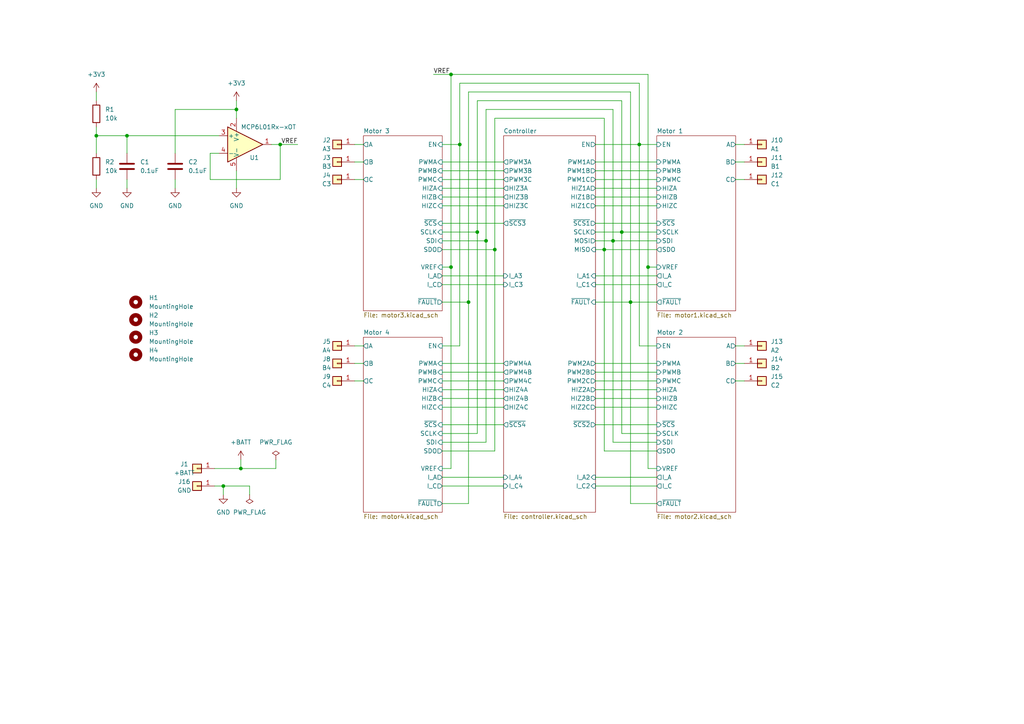
<source format=kicad_sch>
(kicad_sch (version 20210621) (generator eeschema)
  (paper "A4")
  (lib_symbols
    (symbol "Amplifier_Operational:MCP6L01Rx-xOT" (pin_names (offset 0.127))
      (property "Reference" "U" (at 0 5.08 0))
      (property "Value" "MCP6L01Rx-xOT" (at 0 -5.08 0))
      (symbol "MCP6L01Rx-xOT_0_1"
        (polyline (pts (xy -5.08 5.08) (xy 5.08 0) (xy -5.08 -5.08) (xy -5.08 5.08)) (stroke (width 0.254)) (fill (type background)))
        (pin power_in line (at -2.54 7.62 270) (length 3.81) (name "V+") (number "2"))
        (pin power_in line (at -2.54 -7.62 90) (length 3.81) (name "V-") (number "5"))
      )
      (symbol "MCP6L01Rx-xOT_1_1"
        (pin output line (at 7.62 0 180) (length 2.54) (name "~") (number "1"))
        (pin input line (at -7.62 2.54 0) (length 2.54) (name "+") (number "3"))
        (pin input line (at -7.62 -2.54 0) (length 2.54) (name "-") (number "4"))
      )
    )
    (symbol "Connector_Generic:Conn_01x01" (pin_names (offset 1.016) hide)
      (property "Reference" "J" (at 0 2.54 0))
      (property "Value" "Conn_01x01" (at 0 -2.54 0))
      (symbol "Conn_01x01_1_1"
        (rectangle (start -1.27 0.127) (end 0 -0.127) (stroke (width 0.1524)))
        (rectangle (start -1.27 1.27) (end 1.27 -1.27) (stroke (width 0.254)) (fill (type background)))
        (pin passive line (at -5.08 0 0) (length 3.81) (name "Pin_1") (number "1"))
      )
    )
    (symbol "Device:C" (pin_numbers hide) (pin_names (offset 0.254))
      (property "Reference" "C" (at 0.635 2.54 0))
      (property "Value" "C" (at 0.635 -2.54 0))
      (symbol "C_0_1"
        (polyline (pts (xy -2.032 -0.762) (xy 2.032 -0.762)) (stroke (width 0.508)))
        (polyline (pts (xy -2.032 0.762) (xy 2.032 0.762)) (stroke (width 0.508)))
      )
      (symbol "C_1_1"
        (pin passive line (at 0 3.81 270) (length 2.794) (name "~") (number "1"))
        (pin passive line (at 0 -3.81 90) (length 2.794) (name "~") (number "2"))
      )
    )
    (symbol "Device:R" (pin_numbers hide) (pin_names (offset 0))
      (property "Reference" "R" (at 2.032 0 90))
      (property "Value" "R" (at 0 0 90))
      (symbol "R_0_1"
        (rectangle (start -1.016 -2.54) (end 1.016 2.54) (stroke (width 0.254)))
      )
      (symbol "R_1_1"
        (pin passive line (at 0 3.81 270) (length 1.27) (name "~") (number "1"))
        (pin passive line (at 0 -3.81 90) (length 1.27) (name "~") (number "2"))
      )
    )
    (symbol "Mechanical:MountingHole" (pin_names (offset 1.016))
      (property "Reference" "H" (at 0 5.08 0))
      (property "Value" "MountingHole" (at 0 3.175 0))
      (symbol "MountingHole_0_1"
        (circle (center 0 0) (radius 1.27) (stroke (width 1.27)))
      )
    )
    (symbol "power:+3.3V" (power) (pin_names (offset 0))
      (property "Value" "+3.3V" (at 0 3.556 0))
      (symbol "+3.3V_0_1"
        (polyline (pts (xy -0.762 1.27) (xy 0 2.54)))
        (polyline (pts (xy 0 0) (xy 0 2.54)))
        (polyline (pts (xy 0 2.54) (xy 0.762 1.27)))
      )
      (symbol "+3.3V_1_1"
        (pin power_in line (at 0 0 90) (length 0) hide (name "+3V3") (number "1"))
      )
    )
    (symbol "power:+BATT" (power) (pin_names (offset 0))
      (property "Value" "+BATT" (at 0 3.556 0))
      (symbol "+BATT_0_1"
        (polyline (pts (xy -0.762 1.27) (xy 0 2.54)))
        (polyline (pts (xy 0 0) (xy 0 2.54)))
        (polyline (pts (xy 0 2.54) (xy 0.762 1.27)))
      )
      (symbol "+BATT_1_1"
        (pin power_in line (at 0 0 90) (length 0) hide (name "+BATT") (number "1"))
      )
    )
    (symbol "power:GND" (power) (pin_names (offset 0))
      (property "Value" "GND" (at 0 -3.81 0))
      (symbol "GND_0_1"
        (polyline (pts (xy 0 0) (xy 0 -1.27) (xy 1.27 -1.27) (xy 0 -2.54) (xy -1.27 -1.27) (xy 0 -1.27)))
      )
      (symbol "GND_1_1"
        (pin power_in line (at 0 0 270) (length 0) hide (name "GND") (number "1"))
      )
    )
    (symbol "power:PWR_FLAG" (power) (pin_numbers hide) (pin_names (offset 0) hide)
      (property "Value" "PWR_FLAG" (at 0 3.81 0))
      (symbol "PWR_FLAG_0_0"
        (pin power_out line (at 0 0 90) (length 0) (name "pwr") (number "1"))
      )
      (symbol "PWR_FLAG_0_1"
        (polyline (pts (xy 0 0) (xy 0 1.27) (xy -1.016 1.905) (xy 0 2.54) (xy 1.016 1.905) (xy 0 1.27)))
      )
    )
  )
  (junction (at 27.94 39.37) (diameter 0.9144))
  (junction (at 36.83 39.37) (diameter 0.9144))
  (junction (at 64.77 140.97) (diameter 0.9144))
  (junction (at 68.58 31.75) (diameter 0.9144))
  (junction (at 69.85 135.89) (diameter 0.9144))
  (junction (at 81.28 41.91) (diameter 0.9144))
  (junction (at 130.81 21.59) (diameter 0.9144))
  (junction (at 130.81 77.47) (diameter 0.9144))
  (junction (at 133.35 41.91) (diameter 0.9144))
  (junction (at 135.89 87.63) (diameter 0.9144))
  (junction (at 138.43 67.31) (diameter 0.9144))
  (junction (at 140.97 69.85) (diameter 0.9144))
  (junction (at 143.51 72.39) (diameter 0.9144))
  (junction (at 175.26 72.39) (diameter 0.9144))
  (junction (at 177.8 69.85) (diameter 0.9144))
  (junction (at 180.34 67.31) (diameter 0.9144))
  (junction (at 182.88 87.63) (diameter 0.9144))
  (junction (at 185.42 41.91) (diameter 0.9144))
  (junction (at 187.96 77.47) (diameter 0.9144))
  (wire (pts (xy 27.94 26.67) (xy 27.94 29.21)))
  (wire (pts (xy 27.94 39.37) (xy 27.94 36.83)))
  (wire (pts (xy 27.94 39.37) (xy 27.94 44.45)))
  (wire (pts (xy 27.94 52.07) (xy 27.94 54.61)))
  (wire (pts (xy 36.83 39.37) (xy 27.94 39.37)))
  (wire (pts (xy 36.83 39.37) (xy 36.83 44.45)))
  (wire (pts (xy 36.83 52.07) (xy 36.83 54.61)))
  (wire (pts (xy 50.8 31.75) (xy 68.58 31.75)))
  (wire (pts (xy 50.8 44.45) (xy 50.8 31.75)))
  (wire (pts (xy 50.8 52.07) (xy 50.8 54.61)))
  (wire (pts (xy 60.96 44.45) (xy 60.96 52.07)))
  (wire (pts (xy 60.96 52.07) (xy 81.28 52.07)))
  (wire (pts (xy 62.23 135.89) (xy 69.85 135.89)))
  (wire (pts (xy 62.23 140.97) (xy 64.77 140.97)))
  (wire (pts (xy 63.5 39.37) (xy 36.83 39.37)))
  (wire (pts (xy 63.5 44.45) (xy 60.96 44.45)))
  (wire (pts (xy 64.77 140.97) (xy 64.77 143.51)))
  (wire (pts (xy 68.58 29.21) (xy 68.58 31.75)))
  (wire (pts (xy 68.58 31.75) (xy 68.58 34.29)))
  (wire (pts (xy 68.58 49.53) (xy 68.58 54.61)))
  (wire (pts (xy 69.85 135.89) (xy 69.85 133.35)))
  (wire (pts (xy 72.39 140.97) (xy 64.77 140.97)))
  (wire (pts (xy 72.39 143.51) (xy 72.39 140.97)))
  (wire (pts (xy 80.01 133.35) (xy 80.01 135.89)))
  (wire (pts (xy 80.01 135.89) (xy 69.85 135.89)))
  (wire (pts (xy 81.28 41.91) (xy 78.74 41.91)))
  (wire (pts (xy 81.28 41.91) (xy 86.36 41.91)))
  (wire (pts (xy 81.28 52.07) (xy 81.28 41.91)))
  (wire (pts (xy 105.41 41.91) (xy 102.87 41.91)))
  (wire (pts (xy 105.41 46.99) (xy 102.87 46.99)))
  (wire (pts (xy 105.41 52.07) (xy 102.87 52.07)))
  (wire (pts (xy 105.41 100.33) (xy 102.87 100.33)))
  (wire (pts (xy 105.41 105.41) (xy 102.87 105.41)))
  (wire (pts (xy 105.41 110.49) (xy 102.87 110.49)))
  (wire (pts (xy 125.73 21.59) (xy 130.81 21.59)))
  (wire (pts (xy 128.27 41.91) (xy 133.35 41.91)))
  (wire (pts (xy 128.27 46.99) (xy 146.05 46.99)))
  (wire (pts (xy 128.27 49.53) (xy 146.05 49.53)))
  (wire (pts (xy 128.27 52.07) (xy 146.05 52.07)))
  (wire (pts (xy 128.27 54.61) (xy 146.05 54.61)))
  (wire (pts (xy 128.27 57.15) (xy 146.05 57.15)))
  (wire (pts (xy 128.27 59.69) (xy 146.05 59.69)))
  (wire (pts (xy 128.27 64.77) (xy 146.05 64.77)))
  (wire (pts (xy 128.27 80.01) (xy 146.05 80.01)))
  (wire (pts (xy 128.27 82.55) (xy 146.05 82.55)))
  (wire (pts (xy 128.27 100.33) (xy 133.35 100.33)))
  (wire (pts (xy 128.27 105.41) (xy 146.05 105.41)))
  (wire (pts (xy 128.27 107.95) (xy 146.05 107.95)))
  (wire (pts (xy 128.27 110.49) (xy 146.05 110.49)))
  (wire (pts (xy 128.27 113.03) (xy 146.05 113.03)))
  (wire (pts (xy 128.27 115.57) (xy 146.05 115.57)))
  (wire (pts (xy 128.27 118.11) (xy 146.05 118.11)))
  (wire (pts (xy 128.27 123.19) (xy 146.05 123.19)))
  (wire (pts (xy 128.27 125.73) (xy 138.43 125.73)))
  (wire (pts (xy 128.27 128.27) (xy 140.97 128.27)))
  (wire (pts (xy 128.27 130.81) (xy 143.51 130.81)))
  (wire (pts (xy 128.27 135.89) (xy 130.81 135.89)))
  (wire (pts (xy 128.27 138.43) (xy 146.05 138.43)))
  (wire (pts (xy 128.27 140.97) (xy 146.05 140.97)))
  (wire (pts (xy 128.27 146.05) (xy 135.89 146.05)))
  (wire (pts (xy 130.81 21.59) (xy 130.81 77.47)))
  (wire (pts (xy 130.81 21.59) (xy 187.96 21.59)))
  (wire (pts (xy 130.81 77.47) (xy 128.27 77.47)))
  (wire (pts (xy 130.81 135.89) (xy 130.81 77.47)))
  (wire (pts (xy 133.35 24.13) (xy 185.42 24.13)))
  (wire (pts (xy 133.35 41.91) (xy 133.35 24.13)))
  (wire (pts (xy 133.35 100.33) (xy 133.35 41.91)))
  (wire (pts (xy 135.89 26.67) (xy 135.89 87.63)))
  (wire (pts (xy 135.89 87.63) (xy 128.27 87.63)))
  (wire (pts (xy 135.89 146.05) (xy 135.89 87.63)))
  (wire (pts (xy 138.43 29.21) (xy 138.43 67.31)))
  (wire (pts (xy 138.43 67.31) (xy 128.27 67.31)))
  (wire (pts (xy 138.43 125.73) (xy 138.43 67.31)))
  (wire (pts (xy 140.97 31.75) (xy 140.97 69.85)))
  (wire (pts (xy 140.97 69.85) (xy 128.27 69.85)))
  (wire (pts (xy 140.97 128.27) (xy 140.97 69.85)))
  (wire (pts (xy 143.51 34.29) (xy 143.51 72.39)))
  (wire (pts (xy 143.51 72.39) (xy 128.27 72.39)))
  (wire (pts (xy 143.51 130.81) (xy 143.51 72.39)))
  (wire (pts (xy 172.72 41.91) (xy 185.42 41.91)))
  (wire (pts (xy 172.72 46.99) (xy 190.5 46.99)))
  (wire (pts (xy 172.72 49.53) (xy 190.5 49.53)))
  (wire (pts (xy 172.72 52.07) (xy 190.5 52.07)))
  (wire (pts (xy 172.72 54.61) (xy 190.5 54.61)))
  (wire (pts (xy 172.72 57.15) (xy 190.5 57.15)))
  (wire (pts (xy 172.72 59.69) (xy 190.5 59.69)))
  (wire (pts (xy 172.72 64.77) (xy 190.5 64.77)))
  (wire (pts (xy 172.72 67.31) (xy 180.34 67.31)))
  (wire (pts (xy 172.72 69.85) (xy 177.8 69.85)))
  (wire (pts (xy 172.72 72.39) (xy 175.26 72.39)))
  (wire (pts (xy 172.72 80.01) (xy 190.5 80.01)))
  (wire (pts (xy 172.72 82.55) (xy 190.5 82.55)))
  (wire (pts (xy 172.72 105.41) (xy 190.5 105.41)))
  (wire (pts (xy 172.72 107.95) (xy 190.5 107.95)))
  (wire (pts (xy 172.72 110.49) (xy 190.5 110.49)))
  (wire (pts (xy 172.72 113.03) (xy 190.5 113.03)))
  (wire (pts (xy 172.72 115.57) (xy 190.5 115.57)))
  (wire (pts (xy 172.72 118.11) (xy 190.5 118.11)))
  (wire (pts (xy 172.72 123.19) (xy 190.5 123.19)))
  (wire (pts (xy 172.72 138.43) (xy 190.5 138.43)))
  (wire (pts (xy 172.72 140.97) (xy 190.5 140.97)))
  (wire (pts (xy 175.26 34.29) (xy 143.51 34.29)))
  (wire (pts (xy 175.26 72.39) (xy 175.26 34.29)))
  (wire (pts (xy 175.26 72.39) (xy 190.5 72.39)))
  (wire (pts (xy 175.26 130.81) (xy 175.26 72.39)))
  (wire (pts (xy 177.8 31.75) (xy 140.97 31.75)))
  (wire (pts (xy 177.8 69.85) (xy 177.8 31.75)))
  (wire (pts (xy 177.8 128.27) (xy 177.8 69.85)))
  (wire (pts (xy 180.34 29.21) (xy 138.43 29.21)))
  (wire (pts (xy 180.34 67.31) (xy 180.34 29.21)))
  (wire (pts (xy 180.34 125.73) (xy 180.34 67.31)))
  (wire (pts (xy 182.88 26.67) (xy 135.89 26.67)))
  (wire (pts (xy 182.88 87.63) (xy 172.72 87.63)))
  (wire (pts (xy 182.88 87.63) (xy 182.88 26.67)))
  (wire (pts (xy 182.88 87.63) (xy 190.5 87.63)))
  (wire (pts (xy 182.88 146.05) (xy 182.88 87.63)))
  (wire (pts (xy 185.42 24.13) (xy 185.42 41.91)))
  (wire (pts (xy 185.42 41.91) (xy 190.5 41.91)))
  (wire (pts (xy 185.42 100.33) (xy 185.42 41.91)))
  (wire (pts (xy 187.96 21.59) (xy 187.96 77.47)))
  (wire (pts (xy 187.96 77.47) (xy 190.5 77.47)))
  (wire (pts (xy 187.96 135.89) (xy 187.96 77.47)))
  (wire (pts (xy 190.5 67.31) (xy 180.34 67.31)))
  (wire (pts (xy 190.5 69.85) (xy 177.8 69.85)))
  (wire (pts (xy 190.5 100.33) (xy 185.42 100.33)))
  (wire (pts (xy 190.5 125.73) (xy 180.34 125.73)))
  (wire (pts (xy 190.5 128.27) (xy 177.8 128.27)))
  (wire (pts (xy 190.5 130.81) (xy 175.26 130.81)))
  (wire (pts (xy 190.5 135.89) (xy 187.96 135.89)))
  (wire (pts (xy 190.5 146.05) (xy 182.88 146.05)))
  (wire (pts (xy 213.36 41.91) (xy 215.9 41.91)))
  (wire (pts (xy 213.36 46.99) (xy 215.9 46.99)))
  (wire (pts (xy 213.36 52.07) (xy 215.9 52.07)))
  (wire (pts (xy 213.36 100.33) (xy 215.9 100.33)))
  (wire (pts (xy 213.36 105.41) (xy 215.9 105.41)))
  (wire (pts (xy 213.36 110.49) (xy 215.9 110.49)))
  (label "VREF" (at 86.36 41.91 180))
  (label "VREF" (at 125.73 21.59 0))
  (symbol (lib_id "power:+3.3V") (at 27.94 26.67 0) (unit 1)
    (property "Reference" "#PWR0103" (effects hide))
    (property "Value" "+3.3V" (at 27.94 21.59 0))
  )
  (symbol (lib_id "power:+3.3V") (at 68.58 29.21 0) (unit 1)
    (property "Reference" "#PWR0101" (effects hide))
    (property "Value" "+3.3V" (at 68.58 24.13 0))
  )
  (symbol (lib_id "power:+BATT") (at 69.85 133.35 0) (unit 1)
    (property "Reference" "#PWR08" (effects hide))
    (property "Value" "+BATT" (at 69.85 128.27 0))
  )
  (symbol (lib_id "power:PWR_FLAG") (at 72.39 143.51 180) (unit 1)
    (property "Reference" "#FLG01" (effects hide))
    (property "Value" "PWR_FLAG" (at 72.39 148.59 0))
  )
  (symbol (lib_id "power:PWR_FLAG") (at 80.01 133.35 0) (unit 1)
    (property "Reference" "#FLG02" (effects hide))
    (property "Value" "PWR_FLAG" (at 80.01 128.27 0))
  )
  (symbol (lib_id "power:GND") (at 27.94 54.61 0) (unit 1)
    (property "Reference" "#PWR0104" (effects hide))
    (property "Value" "GND" (at 27.94 59.69 0))
  )
  (symbol (lib_id "power:GND") (at 36.83 54.61 0) (unit 1)
    (property "Reference" "#PWR0106" (effects hide))
    (property "Value" "GND" (at 36.83 59.69 0))
  )
  (symbol (lib_id "power:GND") (at 50.8 54.61 0) (unit 1)
    (property "Reference" "#PWR0105" (effects hide))
    (property "Value" "GND" (at 50.8 59.69 0))
  )
  (symbol (lib_id "power:GND") (at 64.77 143.51 0) (unit 1)
    (property "Reference" "#PWR02" (effects hide))
    (property "Value" "GND" (at 64.77 148.59 0))
  )
  (symbol (lib_id "power:GND") (at 68.58 54.61 0) (unit 1)
    (property "Reference" "#PWR0102" (effects hide))
    (property "Value" "GND" (at 68.58 59.69 0))
  )
  (symbol (lib_id "Mechanical:MountingHole") (at 39.37 87.63 0) (unit 1)
    (property "Reference" "H1" (at 43.18 86.3599 0) (effects (justify left)))
    (property "Value" "MountingHole" (at 43.18 88.8999 0) (effects (justify left)))
    (property "Footprint" "MountingHole:MountingHole_3.2mm_M3_ISO7380" (effects hide))
  )
  (symbol (lib_id "Mechanical:MountingHole") (at 39.37 92.71 0) (unit 1)
    (property "Reference" "H2" (at 43.18 91.4399 0) (effects (justify left)))
    (property "Value" "MountingHole" (at 43.18 93.9799 0) (effects (justify left)))
    (property "Footprint" "MountingHole:MountingHole_3.2mm_M3_ISO7380" (effects hide))
  )
  (symbol (lib_id "Mechanical:MountingHole") (at 39.37 97.79 0) (unit 1)
    (property "Reference" "H3" (at 43.18 96.5199 0) (effects (justify left)))
    (property "Value" "MountingHole" (at 43.18 99.0599 0) (effects (justify left)))
    (property "Footprint" "MountingHole:MountingHole_3.2mm_M3_ISO7380" (effects hide))
  )
  (symbol (lib_id "Mechanical:MountingHole") (at 39.37 102.87 0) (unit 1)
    (property "Reference" "H4" (at 43.18 101.5999 0) (effects (justify left)))
    (property "Value" "MountingHole" (at 43.18 104.1399 0) (effects (justify left)))
    (property "Footprint" "MountingHole:MountingHole_3.2mm_M3_ISO7380" (effects hide))
  )
  (symbol (lib_id "Connector_Generic:Conn_01x01") (at 57.15 135.89 0) (mirror y) (unit 1)
    (property "Reference" "J1" (at 53.467 134.62 0))
    (property "Value" "+BATT" (at 53.467 137.16 0))
    (property "Footprint" "TestPoint:TestPoint_Pad_4.0x4.0mm" (effects hide))
  )
  (symbol (lib_id "Connector_Generic:Conn_01x01") (at 57.15 140.97 0) (mirror y) (unit 1)
    (property "Reference" "J16" (at 53.467 139.7 0))
    (property "Value" "GND" (at 53.467 142.24 0))
    (property "Footprint" "TestPoint:TestPoint_Pad_4.0x4.0mm" (effects hide))
  )
  (symbol (lib_id "Connector_Generic:Conn_01x01") (at 97.79 41.91 0) (mirror y) (unit 1)
    (property "Reference" "J2" (at 94.742 40.64 0))
    (property "Value" "A3" (at 94.742 43.18 0))
    (property "Footprint" "multiesc-footprints:Motor_Pad_4.5x2.0mm" (effects hide))
  )
  (symbol (lib_id "Connector_Generic:Conn_01x01") (at 97.79 46.99 0) (mirror y) (unit 1)
    (property "Reference" "J3" (at 94.742 45.72 0))
    (property "Value" "B3" (at 94.742 48.26 0))
    (property "Footprint" "multiesc-footprints:Motor_Pad_4.5x2.0mm" (effects hide))
  )
  (symbol (lib_id "Connector_Generic:Conn_01x01") (at 97.79 52.07 0) (mirror y) (unit 1)
    (property "Reference" "J4" (at 94.742 50.8 0))
    (property "Value" "C3" (at 94.742 53.34 0))
    (property "Footprint" "multiesc-footprints:Motor_Pad_4.5x2.0mm" (effects hide))
  )
  (symbol (lib_id "Connector_Generic:Conn_01x01") (at 97.79 100.33 0) (mirror y) (unit 1)
    (property "Reference" "J5" (at 94.742 99.06 0))
    (property "Value" "A4" (at 94.742 101.6 0))
    (property "Footprint" "multiesc-footprints:Motor_Pad_4.5x2.0mm" (effects hide))
  )
  (symbol (lib_id "Connector_Generic:Conn_01x01") (at 97.79 105.41 0) (mirror y) (unit 1)
    (property "Reference" "J8" (at 94.742 104.14 0))
    (property "Value" "B4" (at 94.742 106.68 0))
    (property "Footprint" "multiesc-footprints:Motor_Pad_4.5x2.0mm" (effects hide))
  )
  (symbol (lib_id "Connector_Generic:Conn_01x01") (at 97.79 110.49 0) (mirror y) (unit 1)
    (property "Reference" "J9" (at 94.742 109.22 0))
    (property "Value" "C4" (at 94.742 111.76 0))
    (property "Footprint" "multiesc-footprints:Motor_Pad_4.5x2.0mm" (effects hide))
  )
  (symbol (lib_id "Connector_Generic:Conn_01x01") (at 220.98 41.91 0) (unit 1)
    (property "Reference" "J10" (at 223.52 40.6399 0) (effects (justify left)))
    (property "Value" "A1" (at 223.52 43.1799 0) (effects (justify left)))
    (property "Footprint" "multiesc-footprints:Motor_Pad_4.5x2.0mm" (effects hide))
  )
  (symbol (lib_id "Connector_Generic:Conn_01x01") (at 220.98 46.99 0) (unit 1)
    (property "Reference" "J11" (at 223.52 45.7199 0) (effects (justify left)))
    (property "Value" "B1" (at 223.52 48.2599 0) (effects (justify left)))
    (property "Footprint" "multiesc-footprints:Motor_Pad_4.5x2.0mm" (effects hide))
  )
  (symbol (lib_id "Connector_Generic:Conn_01x01") (at 220.98 52.07 0) (unit 1)
    (property "Reference" "J12" (at 223.52 50.7999 0) (effects (justify left)))
    (property "Value" "C1" (at 223.52 53.3399 0) (effects (justify left)))
    (property "Footprint" "multiesc-footprints:Motor_Pad_4.5x2.0mm" (effects hide))
  )
  (symbol (lib_id "Connector_Generic:Conn_01x01") (at 220.98 100.33 0) (unit 1)
    (property "Reference" "J13" (at 223.52 99.0599 0) (effects (justify left)))
    (property "Value" "A2" (at 223.52 101.5999 0) (effects (justify left)))
    (property "Footprint" "multiesc-footprints:Motor_Pad_4.5x2.0mm" (effects hide))
  )
  (symbol (lib_id "Connector_Generic:Conn_01x01") (at 220.98 105.41 0) (unit 1)
    (property "Reference" "J14" (at 223.52 104.1399 0) (effects (justify left)))
    (property "Value" "B2" (at 223.52 106.6799 0) (effects (justify left)))
    (property "Footprint" "multiesc-footprints:Motor_Pad_4.5x2.0mm" (effects hide))
  )
  (symbol (lib_id "Connector_Generic:Conn_01x01") (at 220.98 110.49 0) (unit 1)
    (property "Reference" "J15" (at 223.52 109.2199 0) (effects (justify left)))
    (property "Value" "C2" (at 223.52 111.7599 0) (effects (justify left)))
    (property "Footprint" "multiesc-footprints:Motor_Pad_4.5x2.0mm" (effects hide))
  )
  (symbol (lib_id "Device:R") (at 27.94 33.02 180) (unit 1)
    (property "Reference" "R1" (at 30.48 31.7499 0) (effects (justify right)))
    (property "Value" "10k" (at 30.48 34.2899 0) (effects (justify right)))
    (property "Footprint" "Resistor_SMD:R_0402_1005Metric" (effects hide))
  )
  (symbol (lib_id "Device:R") (at 27.94 48.26 180) (unit 1)
    (property "Reference" "R2" (at 30.48 46.9899 0) (effects (justify right)))
    (property "Value" "10k" (at 30.48 49.5299 0) (effects (justify right)))
    (property "Footprint" "Resistor_SMD:R_0402_1005Metric" (effects hide))
  )
  (symbol (lib_id "Device:C") (at 36.83 48.26 180) (unit 1)
    (property "Reference" "C1" (at 40.64 46.9899 0) (effects (justify right)))
    (property "Value" "0.1uF" (at 40.64 49.5299 0) (effects (justify right)))
    (property "Footprint" "Capacitor_SMD:C_0402_1005Metric" (effects hide))
    (property "Digikey" "1276-6720-1-ND" (effects hide))
  )
  (symbol (lib_id "Device:C") (at 50.8 48.26 180) (unit 1)
    (property "Reference" "C2" (at 54.61 46.9899 0) (effects (justify right)))
    (property "Value" "0.1uF" (at 54.61 49.5299 0) (effects (justify right)))
    (property "Footprint" "Capacitor_SMD:C_0402_1005Metric" (effects hide))
    (property "Digikey" "1276-6720-1-ND" (effects hide))
  )
  (symbol (lib_id "Amplifier_Operational:MCP6L01Rx-xOT") (at 71.12 41.91 0) (unit 1)
    (property "Reference" "U1" (at 72.39 45.7199 0) (effects (justify left)))
    (property "Value" "MCP6L01Rx-xOT" (at 69.85 36.8299 0) (effects (justify left)))
    (property "Footprint" "Package_TO_SOT_SMD:SOT-23-5" (effects hide))
    (property "Datasheet" "http://ww1.microchip.com/downloads/en/devicedoc/22140b.pdf" (effects hide))
    (property "Digikey" "MCP6L01RT-E/OTCT-ND" (effects hide))
  )
  (sheet (at 146.05 39.37) (size 26.67 109.22) (stroke (width 0.0006))
    (property "Schaltplanname" "Controller" (at 146.05 38.7343 0) (effects (justify left bottom)))
    (property "Dateiname Blatt" "controller.kicad_sch" (at 146.05 149.0987 0) (effects (justify left top)))
    (pin "PWM2A" output (at 172.72 105.41 0))
    (pin "PWM3C" output (at 146.05 52.07 180))
    (pin "PWM1B" output (at 172.72 49.53 0))
    (pin "PWM1A" output (at 172.72 46.99 0))
    (pin "PWM1C" output (at 172.72 52.07 0))
    (pin "PWM2C" output (at 172.72 110.49 0))
    (pin "PWM2B" output (at 172.72 107.95 0))
    (pin "PWM3A" output (at 146.05 46.99 180))
    (pin "PWM3B" output (at 146.05 49.53 180))
    (pin "PWM4A" output (at 146.05 105.41 180))
    (pin "PWM4B" output (at 146.05 107.95 180))
    (pin "PWM4C" output (at 146.05 110.49 180))
    (pin "HIZ1C" output (at 172.72 59.69 0))
    (pin "HIZ1A" output (at 172.72 54.61 0))
    (pin "HIZ1B" output (at 172.72 57.15 0))
    (pin "HIZ3B" output (at 146.05 57.15 180))
    (pin "HIZ3C" output (at 146.05 59.69 180))
    (pin "HIZ3A" output (at 146.05 54.61 180))
    (pin "HIZ4A" output (at 146.05 113.03 180))
    (pin "HIZ4B" output (at 146.05 115.57 180))
    (pin "HIZ4C" output (at 146.05 118.11 180))
    (pin "HIZ2A" output (at 172.72 113.03 0))
    (pin "HIZ2B" output (at 172.72 115.57 0))
    (pin "HIZ2C" output (at 172.72 118.11 0))
    (pin "EN" output (at 172.72 41.91 0))
    (pin "~{FAULT}" input (at 172.72 87.63 0))
    (pin "I_A2" input (at 172.72 138.43 0))
    (pin "I_C2" input (at 172.72 140.97 0))
    (pin "I_A1" input (at 172.72 80.01 0))
    (pin "I_C1" input (at 172.72 82.55 0))
    (pin "I_C4" input (at 146.05 140.97 180))
    (pin "~{SCS2}" output (at 172.72 123.19 0))
    (pin "~{SCS4}" output (at 146.05 123.19 180))
    (pin "MOSI" output (at 172.72 69.85 0))
    (pin "~{SCS1}" output (at 172.72 64.77 0))
    (pin "MISO" input (at 172.72 72.39 0))
    (pin "I_C3" input (at 146.05 82.55 180))
    (pin "I_A4" input (at 146.05 138.43 180))
    (pin "SCLK" output (at 172.72 67.31 0))
    (pin "I_A3" input (at 146.05 80.01 180))
    (pin "~{SCS3}" output (at 146.05 64.77 180))
  )
  (sheet (at 190.5 39.37) (size 22.86 50.8) (stroke (width 0.0006))
    (property "Schaltplanname" "Motor 1" (at 190.5 38.7343 0) (effects (justify left bottom)))
    (property "Dateiname Blatt" "motor1.kicad_sch" (at 190.5 90.6787 0) (effects (justify left top)))
    (pin "C" output (at 213.36 52.07 0))
    (pin "B" output (at 213.36 46.99 0))
    (pin "A" output (at 213.36 41.91 0))
    (pin "PWMA" input (at 190.5 46.99 180))
    (pin "EN" input (at 190.5 41.91 180))
    (pin "~{FAULT}" output (at 190.5 87.63 180))
    (pin "HIZC" input (at 190.5 59.69 180))
    (pin "PWMB" input (at 190.5 49.53 180))
    (pin "PWMC" input (at 190.5 52.07 180))
    (pin "HIZA" input (at 190.5 54.61 180))
    (pin "HIZB" input (at 190.5 57.15 180))
    (pin "VREF" input (at 190.5 77.47 180))
    (pin "I_C" output (at 190.5 82.55 180))
    (pin "I_A" output (at 190.5 80.01 180))
    (pin "~{SCS}" input (at 190.5 64.77 180))
    (pin "SDI" input (at 190.5 69.85 180))
    (pin "SCLK" input (at 190.5 67.31 180))
    (pin "SDO" output (at 190.5 72.39 180))
  )
  (sheet (at 190.5 97.79) (size 22.86 50.8) (stroke (width 0.0006))
    (property "Schaltplanname" "Motor 2" (at 190.5 97.1543 0) (effects (justify left bottom)))
    (property "Dateiname Blatt" "motor2.kicad_sch" (at 190.5 149.0987 0) (effects (justify left top)))
    (pin "C" output (at 213.36 110.49 0))
    (pin "B" output (at 213.36 105.41 0))
    (pin "A" output (at 213.36 100.33 0))
    (pin "PWMA" input (at 190.5 105.41 180))
    (pin "EN" input (at 190.5 100.33 180))
    (pin "HIZC" input (at 190.5 118.11 180))
    (pin "PWMB" input (at 190.5 107.95 180))
    (pin "PWMC" input (at 190.5 110.49 180))
    (pin "HIZA" input (at 190.5 113.03 180))
    (pin "HIZB" input (at 190.5 115.57 180))
    (pin "~{SCS}" input (at 190.5 123.19 180))
    (pin "SDI" input (at 190.5 128.27 180))
    (pin "SCLK" input (at 190.5 125.73 180))
    (pin "~{FAULT}" output (at 190.5 146.05 180))
    (pin "SDO" output (at 190.5 130.81 180))
    (pin "VREF" input (at 190.5 135.89 180))
    (pin "I_C" output (at 190.5 140.97 180))
    (pin "I_A" output (at 190.5 138.43 180))
  )
  (sheet (at 105.41 39.37) (size 22.86 50.8) (stroke (width 0.0006))
    (property "Schaltplanname" "Motor 3" (at 105.41 38.7343 0) (effects (justify left bottom)))
    (property "Dateiname Blatt" "motor3.kicad_sch" (at 105.41 90.6787 0) (effects (justify left top)))
    (pin "C" output (at 105.41 52.07 180))
    (pin "B" output (at 105.41 46.99 180))
    (pin "A" output (at 105.41 41.91 180))
    (pin "PWMA" input (at 128.27 46.99 0))
    (pin "EN" input (at 128.27 41.91 0))
    (pin "~{FAULT}" output (at 128.27 87.63 0))
    (pin "HIZC" input (at 128.27 59.69 0))
    (pin "PWMB" input (at 128.27 49.53 0))
    (pin "PWMC" input (at 128.27 52.07 0))
    (pin "HIZA" input (at 128.27 54.61 0))
    (pin "HIZB" input (at 128.27 57.15 0))
    (pin "VREF" input (at 128.27 77.47 0))
    (pin "I_C" output (at 128.27 82.55 0))
    (pin "~{SCS}" input (at 128.27 64.77 0))
    (pin "SCLK" input (at 128.27 67.31 0))
    (pin "SDO" output (at 128.27 72.39 0))
    (pin "SDI" input (at 128.27 69.85 0))
    (pin "I_A" output (at 128.27 80.01 0))
  )
  (sheet (at 105.41 97.79) (size 22.86 50.8) (stroke (width 0.0006))
    (property "Schaltplanname" "Motor 4" (at 105.41 97.1543 0) (effects (justify left bottom)))
    (property "Dateiname Blatt" "motor4.kicad_sch" (at 105.41 149.0987 0) (effects (justify left top)))
    (pin "C" output (at 105.41 110.49 180))
    (pin "B" output (at 105.41 105.41 180))
    (pin "A" output (at 105.41 100.33 180))
    (pin "PWMA" input (at 128.27 105.41 0))
    (pin "EN" input (at 128.27 100.33 0))
    (pin "~{FAULT}" output (at 128.27 146.05 0))
    (pin "HIZC" input (at 128.27 118.11 0))
    (pin "PWMB" input (at 128.27 107.95 0))
    (pin "PWMC" input (at 128.27 110.49 0))
    (pin "HIZA" input (at 128.27 113.03 0))
    (pin "HIZB" input (at 128.27 115.57 0))
    (pin "I_A" output (at 128.27 138.43 0))
    (pin "VREF" input (at 128.27 135.89 0))
    (pin "~{SCS}" input (at 128.27 123.19 0))
    (pin "SDI" input (at 128.27 128.27 0))
    (pin "SCLK" input (at 128.27 125.73 0))
    (pin "SDO" output (at 128.27 130.81 0))
    (pin "I_C" output (at 128.27 140.97 0))
  )
)
</source>
